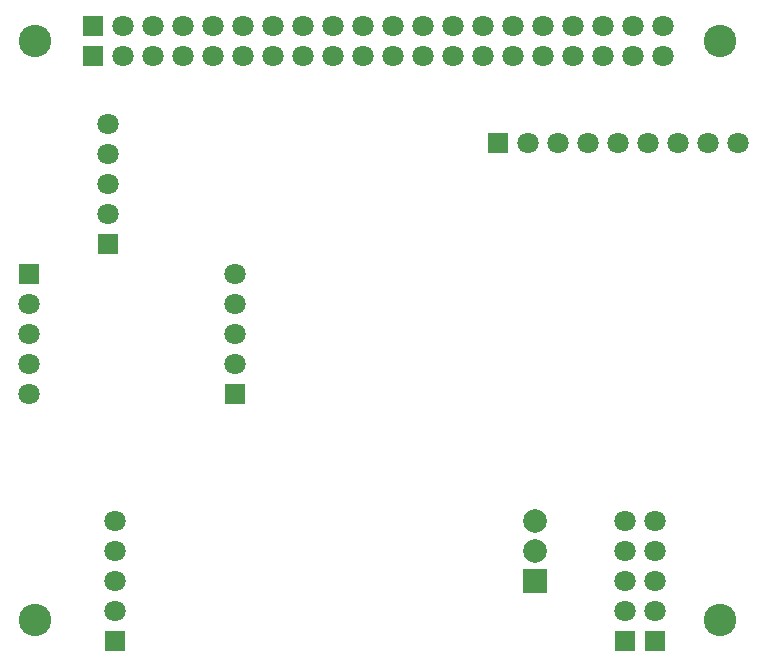
<source format=gbs>
G04 DipTrace 3.0.0.1*
G04 pwm-controller.GBS*
%MOIN*%
G04 #@! TF.FileFunction,Soldermask,Bot*
G04 #@! TF.Part,Single*
%ADD33C,0.108268*%
%ADD42C,0.078819*%
%ADD44R,0.078819X0.078819*%
%ADD56C,0.070945*%
%ADD58R,0.070945X0.070945*%
%FSLAX26Y26*%
G04*
G70*
G90*
G75*
G01*
G04 BotMask*
%LPD*%
D58*
X510728Y1685630D3*
D56*
Y1585630D3*
Y1485630D3*
Y1385630D3*
Y1285630D3*
D58*
X2498228Y460630D3*
D56*
Y560630D3*
Y660630D3*
Y760630D3*
Y860630D3*
D58*
X2598228Y460630D3*
D56*
Y560630D3*
Y660630D3*
Y760630D3*
Y860630D3*
D58*
X799228Y460630D3*
D56*
Y560630D3*
Y660630D3*
Y760630D3*
Y860630D3*
D58*
X2073228Y2123130D3*
D56*
X2173228D3*
X2273228D3*
X2373228D3*
X2473228D3*
X2573228D3*
X2673228D3*
X2773228D3*
X2873228D3*
D58*
X1198228Y1285630D3*
D56*
Y1385630D3*
Y1485630D3*
Y1585630D3*
Y1685630D3*
D58*
X773228Y1785630D3*
D56*
Y1885630D3*
Y1985630D3*
Y2085630D3*
Y2185630D3*
D58*
X723228Y2410630D3*
D56*
X823228D3*
X923228D3*
X1023228D3*
X1123228D3*
X1223228D3*
X1323228D3*
X1423228D3*
X1523228D3*
X1623228D3*
X1723228D3*
X1823228D3*
X1923228D3*
X2023228D3*
X2123228D3*
X2223228D3*
X2323228D3*
X2423228D3*
X2523228D3*
X2623228D3*
D58*
X723228Y2510630D3*
D56*
X823228D3*
X923228D3*
X1023228D3*
X1123228D3*
X1223228D3*
X1323228D3*
X1423228D3*
X1523228D3*
X1623228D3*
X1723228D3*
X1823228D3*
X1923228D3*
X2023228D3*
X2123228D3*
X2223228D3*
X2323228D3*
X2423228D3*
X2523228D3*
X2623228D3*
D44*
X2198228Y660630D3*
D42*
Y760630D3*
Y860630D3*
D33*
X2814961Y531496D3*
X531496Y2460630D3*
Y531496D3*
X2814961Y2460630D3*
M02*

</source>
